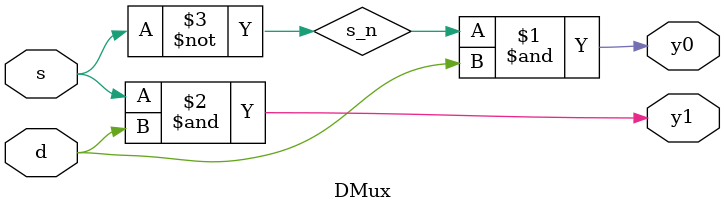
<source format=v>
module DMux(
input d,
input s,
output y0,
output y1
);

wire s_n;

not(s_n,s);
and(y0,s_n,d);
and(y1,s,d);

endmodule 
</source>
